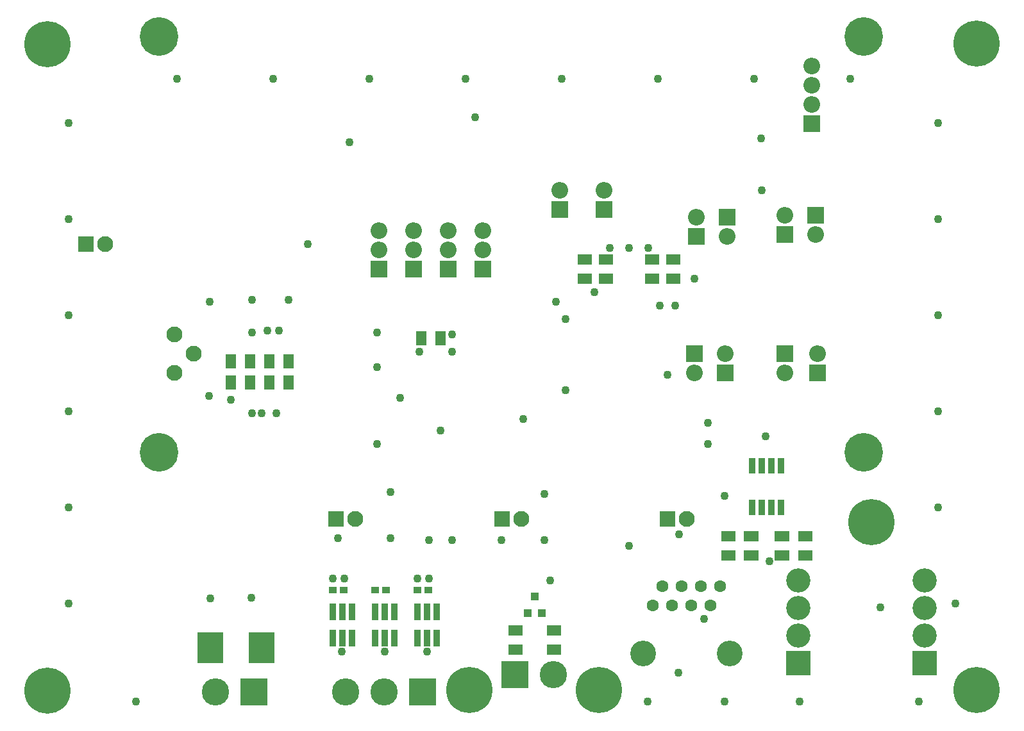
<source format=gbs>
G04 #@! TF.GenerationSoftware,KiCad,Pcbnew,(5.1.6)-1*
G04 #@! TF.CreationDate,2022-03-27T18:43:43+02:00*
G04 #@! TF.ProjectId,signalization_by_fireplace,7369676e-616c-4697-9a61-74696f6e5f62,rev?*
G04 #@! TF.SameCoordinates,Original*
G04 #@! TF.FileFunction,Soldermask,Bot*
G04 #@! TF.FilePolarity,Negative*
%FSLAX46Y46*%
G04 Gerber Fmt 4.6, Leading zero omitted, Abs format (unit mm)*
G04 Created by KiCad (PCBNEW (5.1.6)-1) date 2022-03-27 18:43:43*
%MOMM*%
%LPD*%
G01*
G04 APERTURE LIST*
%ADD10O,2.200000X2.200000*%
%ADD11R,2.200000X2.200000*%
%ADD12C,1.100000*%
%ADD13C,2.100000*%
%ADD14R,3.400000X4.100000*%
%ADD15R,1.000000X0.900000*%
%ADD16C,5.100000*%
%ADD17C,6.100000*%
%ADD18O,3.200000X3.200000*%
%ADD19R,3.200000X3.200000*%
%ADD20R,0.900000X2.100000*%
%ADD21C,0.100000*%
%ADD22C,3.600000*%
%ADD23R,3.600000X3.600000*%
%ADD24C,1.600000*%
%ADD25C,3.400000*%
%ADD26R,2.100000X2.100000*%
%ADD27R,1.100000X1.100000*%
%ADD28R,0.900000X2.300000*%
G04 APERTURE END LIST*
D10*
X242575200Y-80119740D03*
X242575200Y-75039740D03*
D11*
X242575200Y-82659740D03*
D10*
X242575200Y-77579740D03*
D12*
X247650000Y-76708000D03*
X144462500Y-95250000D03*
X158750000Y-76708000D03*
D13*
X160985200Y-113030000D03*
X158432500Y-115570000D03*
X158432500Y-110490000D03*
D12*
X171894500Y-120904000D03*
X168592500Y-145288000D03*
X163157337Y-145326037D03*
D14*
X163160500Y-151892000D03*
X169960500Y-151892000D03*
D15*
X191987000Y-144272000D03*
X190537000Y-144272000D03*
X186399000Y-144272000D03*
X184949000Y-144272000D03*
X180811000Y-144272000D03*
X179361000Y-144272000D03*
D16*
X156424000Y-126080000D03*
X249468000Y-126080000D03*
X249468000Y-71080000D03*
X156424000Y-71080000D03*
D17*
X141668500Y-157533922D03*
X197400000Y-157480000D03*
X214460000Y-157480000D03*
X250460500Y-135302000D03*
X264350500Y-157480000D03*
X264350500Y-72073441D03*
X141668500Y-72106428D03*
D12*
X153352500Y-159004000D03*
X240982500Y-159004000D03*
X256730500Y-159004000D03*
D18*
X257492500Y-143004000D03*
X257492500Y-146644000D03*
D19*
X257492500Y-153924000D03*
D18*
X257492500Y-150284000D03*
X240792000Y-143004000D03*
X240792000Y-146644000D03*
D19*
X240792000Y-153924000D03*
D18*
X240792000Y-150284000D03*
D12*
X207264000Y-137668000D03*
X186944000Y-131318000D03*
X186944000Y-137414000D03*
X180022500Y-137414000D03*
X225044000Y-136906000D03*
X218440000Y-138430000D03*
X207264000Y-131572000D03*
X201612500Y-137668000D03*
X261556500Y-146050000D03*
X234950000Y-76708000D03*
X184150000Y-76708000D03*
X171450000Y-76708000D03*
X144462500Y-107950000D03*
X144462500Y-120650000D03*
X210058000Y-117856000D03*
X210058000Y-108458000D03*
X185166000Y-110236000D03*
X185166000Y-124968000D03*
X220916500Y-159004000D03*
X231076500Y-159004000D03*
X259270500Y-133350000D03*
X259270500Y-120650000D03*
X259270500Y-107950000D03*
X259270500Y-95250000D03*
X259270500Y-82550000D03*
X222250000Y-76708000D03*
X209550000Y-76708000D03*
X196850000Y-76708000D03*
X144462500Y-82550000D03*
X144462500Y-133350000D03*
X144462500Y-146050000D03*
X208026000Y-143002000D03*
X180530500Y-152400000D03*
X186182000Y-152400000D03*
X191770000Y-152400000D03*
X190500000Y-142748000D03*
X192024000Y-142748000D03*
X180848000Y-142748000D03*
X179324000Y-142748000D03*
X195072000Y-137668000D03*
X192024000Y-137668000D03*
X251650500Y-146558000D03*
X224980500Y-155194000D03*
X228346000Y-148082000D03*
X236982000Y-140462000D03*
X231076500Y-131826000D03*
X228854000Y-124968000D03*
X228854000Y-122174000D03*
X236474000Y-123952000D03*
X223520000Y-115824000D03*
X224536000Y-106680000D03*
X222504000Y-106680000D03*
X213868000Y-104902000D03*
X215900000Y-99060000D03*
X218440000Y-99060000D03*
X220980000Y-99060000D03*
X227076000Y-103124000D03*
X235966000Y-91440000D03*
X235902500Y-84582000D03*
X198120000Y-81788000D03*
X181546500Y-85090000D03*
X195072000Y-110490000D03*
X208788000Y-106172000D03*
X190754000Y-112776000D03*
X195072000Y-112776000D03*
X204470000Y-121666000D03*
X193548000Y-123190000D03*
X168656000Y-110236000D03*
X163004500Y-118618000D03*
X176022000Y-98552000D03*
X173482000Y-105918000D03*
X163068000Y-106172000D03*
X185166000Y-114808000D03*
X168656000Y-105918000D03*
X172212000Y-109982000D03*
X170688000Y-109982000D03*
X188214000Y-118872000D03*
X165862000Y-119126000D03*
X169926000Y-120904000D03*
X168656000Y-120904000D03*
D20*
X237236000Y-133316000D03*
X235966000Y-127796000D03*
X237236000Y-127796000D03*
X238506000Y-133316000D03*
X234696000Y-127796000D03*
X238506000Y-127796000D03*
X235966000Y-133316000D03*
X234696000Y-133316000D03*
D21*
G36*
X209484000Y-152846000D02*
G01*
X207584000Y-152846000D01*
X207584000Y-151446000D01*
X209484000Y-151446000D01*
X209484000Y-152846000D01*
G37*
G36*
X209484000Y-150306000D02*
G01*
X207584000Y-150306000D01*
X207584000Y-148906000D01*
X209484000Y-148906000D01*
X209484000Y-150306000D01*
G37*
G36*
X171642000Y-113096000D02*
G01*
X171642000Y-114996000D01*
X170242000Y-114996000D01*
X170242000Y-113096000D01*
X171642000Y-113096000D01*
G37*
G36*
X174182000Y-113096000D02*
G01*
X174182000Y-114996000D01*
X172782000Y-114996000D01*
X172782000Y-113096000D01*
X174182000Y-113096000D01*
G37*
G36*
X172782000Y-117790000D02*
G01*
X172782000Y-115890000D01*
X174182000Y-115890000D01*
X174182000Y-117790000D01*
X172782000Y-117790000D01*
G37*
G36*
X170242000Y-117790000D02*
G01*
X170242000Y-115890000D01*
X171642000Y-115890000D01*
X171642000Y-117790000D01*
X170242000Y-117790000D01*
G37*
G36*
X167702000Y-114996000D02*
G01*
X167702000Y-113096000D01*
X169102000Y-113096000D01*
X169102000Y-114996000D01*
X167702000Y-114996000D01*
G37*
G36*
X165162000Y-114996000D02*
G01*
X165162000Y-113096000D01*
X166562000Y-113096000D01*
X166562000Y-114996000D01*
X165162000Y-114996000D01*
G37*
G36*
X167702000Y-117790000D02*
G01*
X167702000Y-115890000D01*
X169102000Y-115890000D01*
X169102000Y-117790000D01*
X167702000Y-117790000D01*
G37*
G36*
X165162000Y-117790000D02*
G01*
X165162000Y-115890000D01*
X166562000Y-115890000D01*
X166562000Y-117790000D01*
X165162000Y-117790000D01*
G37*
G36*
X232534500Y-137860000D02*
G01*
X230634500Y-137860000D01*
X230634500Y-136460000D01*
X232534500Y-136460000D01*
X232534500Y-137860000D01*
G37*
G36*
X232534500Y-140400000D02*
G01*
X230634500Y-140400000D01*
X230634500Y-139000000D01*
X232534500Y-139000000D01*
X232534500Y-140400000D01*
G37*
G36*
X235519000Y-137860000D02*
G01*
X233619000Y-137860000D01*
X233619000Y-136460000D01*
X235519000Y-136460000D01*
X235519000Y-137860000D01*
G37*
G36*
X235519000Y-140400000D02*
G01*
X233619000Y-140400000D01*
X233619000Y-139000000D01*
X235519000Y-139000000D01*
X235519000Y-140400000D01*
G37*
G36*
X242694500Y-137860000D02*
G01*
X240794500Y-137860000D01*
X240794500Y-136460000D01*
X242694500Y-136460000D01*
X242694500Y-137860000D01*
G37*
G36*
X242694500Y-140400000D02*
G01*
X240794500Y-140400000D01*
X240794500Y-139000000D01*
X242694500Y-139000000D01*
X242694500Y-140400000D01*
G37*
G36*
X239583000Y-137860000D02*
G01*
X237683000Y-137860000D01*
X237683000Y-136460000D01*
X239583000Y-136460000D01*
X239583000Y-137860000D01*
G37*
G36*
X239583000Y-140400000D02*
G01*
X237683000Y-140400000D01*
X237683000Y-139000000D01*
X239583000Y-139000000D01*
X239583000Y-140400000D01*
G37*
D11*
X185420000Y-101854000D03*
D10*
X185420000Y-96774000D03*
X185420000Y-99314000D03*
D11*
X189992000Y-101854000D03*
D10*
X189992000Y-96774000D03*
X189992000Y-99314000D03*
D11*
X194564000Y-101854000D03*
D10*
X194564000Y-96774000D03*
X194564000Y-99314000D03*
D11*
X199136000Y-101854000D03*
D10*
X199136000Y-96774000D03*
X199136000Y-99314000D03*
X243078000Y-97282000D03*
D11*
X243078000Y-94742000D03*
D10*
X239014000Y-94742000D03*
D11*
X239014000Y-97282000D03*
D10*
X231394000Y-97536000D03*
D11*
X231394000Y-94996000D03*
D10*
X227330000Y-94996000D03*
D11*
X227330000Y-97536000D03*
D10*
X227076000Y-115570000D03*
D11*
X227076000Y-113030000D03*
D10*
X231140000Y-113030000D03*
D11*
X231140000Y-115570000D03*
D10*
X239014000Y-115570000D03*
D11*
X239014000Y-113030000D03*
D10*
X243332000Y-113030000D03*
D11*
X243332000Y-115570000D03*
D10*
X215138000Y-91440000D03*
D11*
X215138000Y-93980000D03*
D10*
X209296000Y-91440000D03*
D11*
X209296000Y-93980000D03*
D21*
G36*
X204404000Y-152846000D02*
G01*
X202504000Y-152846000D01*
X202504000Y-151446000D01*
X204404000Y-151446000D01*
X204404000Y-152846000D01*
G37*
G36*
X204404000Y-150306000D02*
G01*
X202504000Y-150306000D01*
X202504000Y-148906000D01*
X204404000Y-148906000D01*
X204404000Y-150306000D01*
G37*
D22*
X163860000Y-157734000D03*
D23*
X168940000Y-157734000D03*
X203360000Y-155448000D03*
D22*
X208440000Y-155448000D03*
D24*
X224156000Y-146304000D03*
X230506000Y-143764000D03*
D25*
X220344000Y-152654000D03*
D24*
X229236000Y-146304000D03*
X222886000Y-143764000D03*
X226696000Y-146304000D03*
X225426000Y-143764000D03*
X227966000Y-143764000D03*
X221616000Y-146304000D03*
D25*
X231776000Y-152654000D03*
D22*
X186150000Y-157734000D03*
D23*
X191230000Y-157734000D03*
D22*
X181070000Y-157734000D03*
D26*
X146748500Y-98552000D03*
D13*
X149288500Y-98552000D03*
X226060000Y-134874000D03*
D26*
X223520000Y-134874000D03*
D27*
X205994000Y-145104000D03*
X205044000Y-147304000D03*
X206944000Y-147304000D03*
D13*
X204194000Y-134874000D03*
D26*
X201654000Y-134874000D03*
D13*
X182328000Y-134874000D03*
D26*
X179788000Y-134874000D03*
D28*
X191770000Y-147116800D03*
X193040000Y-147116800D03*
X190500000Y-147116800D03*
X193040000Y-150571200D03*
X191770000Y-150571200D03*
X190500000Y-150571200D03*
X186182000Y-147116800D03*
X187452000Y-147116800D03*
X184912000Y-147116800D03*
X187452000Y-150571200D03*
X186182000Y-150571200D03*
X184912000Y-150571200D03*
X180594000Y-147116800D03*
X181864000Y-147116800D03*
X179324000Y-147116800D03*
X181864000Y-150571200D03*
X180594000Y-150571200D03*
X179324000Y-150571200D03*
D21*
G36*
X191708000Y-110048000D02*
G01*
X191708000Y-111948000D01*
X190308000Y-111948000D01*
X190308000Y-110048000D01*
X191708000Y-110048000D01*
G37*
G36*
X194248000Y-110048000D02*
G01*
X194248000Y-111948000D01*
X192848000Y-111948000D01*
X192848000Y-110048000D01*
X194248000Y-110048000D01*
G37*
G36*
X223332000Y-102424000D02*
G01*
X225232000Y-102424000D01*
X225232000Y-103824000D01*
X223332000Y-103824000D01*
X223332000Y-102424000D01*
G37*
G36*
X223332000Y-99884000D02*
G01*
X225232000Y-99884000D01*
X225232000Y-101284000D01*
X223332000Y-101284000D01*
X223332000Y-99884000D01*
G37*
G36*
X220538000Y-102424000D02*
G01*
X222438000Y-102424000D01*
X222438000Y-103824000D01*
X220538000Y-103824000D01*
X220538000Y-102424000D01*
G37*
G36*
X220538000Y-99884000D02*
G01*
X222438000Y-99884000D01*
X222438000Y-101284000D01*
X220538000Y-101284000D01*
X220538000Y-99884000D01*
G37*
G36*
X211648000Y-102424000D02*
G01*
X213548000Y-102424000D01*
X213548000Y-103824000D01*
X211648000Y-103824000D01*
X211648000Y-102424000D01*
G37*
G36*
X211648000Y-99884000D02*
G01*
X213548000Y-99884000D01*
X213548000Y-101284000D01*
X211648000Y-101284000D01*
X211648000Y-99884000D01*
G37*
G36*
X214442000Y-102424000D02*
G01*
X216342000Y-102424000D01*
X216342000Y-103824000D01*
X214442000Y-103824000D01*
X214442000Y-102424000D01*
G37*
G36*
X214442000Y-99884000D02*
G01*
X216342000Y-99884000D01*
X216342000Y-101284000D01*
X214442000Y-101284000D01*
X214442000Y-99884000D01*
G37*
M02*

</source>
